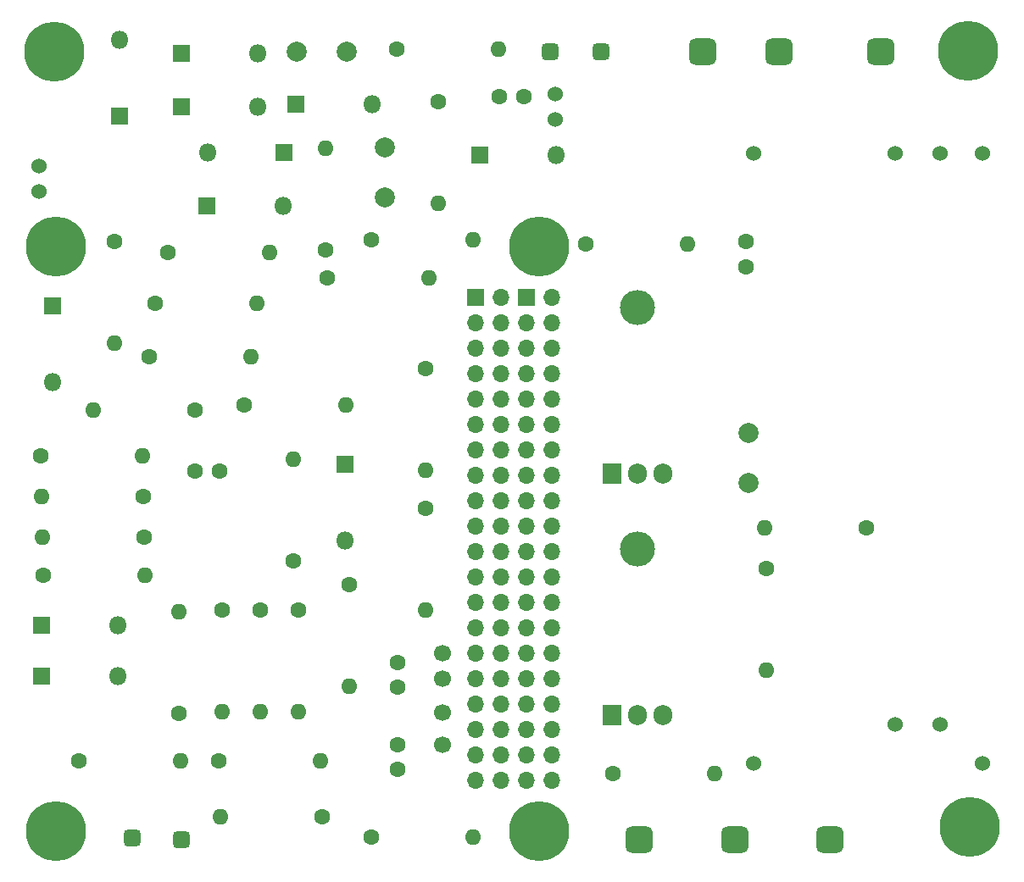
<source format=gbr>
%TF.GenerationSoftware,KiCad,Pcbnew,6.0.8*%
%TF.CreationDate,2024-03-27T11:01:58-07:00*%
%TF.ProjectId,GracefulPSU,47726163-6566-4756-9c50-53552e6b6963,rev?*%
%TF.SameCoordinates,Original*%
%TF.FileFunction,Soldermask,Bot*%
%TF.FilePolarity,Negative*%
%FSLAX46Y46*%
G04 Gerber Fmt 4.6, Leading zero omitted, Abs format (unit mm)*
G04 Created by KiCad (PCBNEW 6.0.8) date 2024-03-27 11:01:58*
%MOMM*%
%LPD*%
G01*
G04 APERTURE LIST*
G04 Aperture macros list*
%AMRoundRect*
0 Rectangle with rounded corners*
0 $1 Rounding radius*
0 $2 $3 $4 $5 $6 $7 $8 $9 X,Y pos of 4 corners*
0 Add a 4 corners polygon primitive as box body*
4,1,4,$2,$3,$4,$5,$6,$7,$8,$9,$2,$3,0*
0 Add four circle primitives for the rounded corners*
1,1,$1+$1,$2,$3*
1,1,$1+$1,$4,$5*
1,1,$1+$1,$6,$7*
1,1,$1+$1,$8,$9*
0 Add four rect primitives between the rounded corners*
20,1,$1+$1,$2,$3,$4,$5,0*
20,1,$1+$1,$4,$5,$6,$7,0*
20,1,$1+$1,$6,$7,$8,$9,0*
20,1,$1+$1,$8,$9,$2,$3,0*%
G04 Aperture macros list end*
%ADD10C,1.600000*%
%ADD11C,1.700000*%
%ADD12O,1.600000X1.600000*%
%ADD13O,3.500000X3.500000*%
%ADD14R,1.905000X2.000000*%
%ADD15O,1.905000X2.000000*%
%ADD16RoundRect,0.425000X-0.425000X-0.425000X0.425000X-0.425000X0.425000X0.425000X-0.425000X0.425000X0*%
%ADD17C,6.000000*%
%ADD18C,2.000000*%
%ADD19RoundRect,0.675000X-0.675000X-0.675000X0.675000X-0.675000X0.675000X0.675000X-0.675000X0.675000X0*%
%ADD20R,1.800000X1.800000*%
%ADD21O,1.800000X1.800000*%
%ADD22C,1.524000*%
%ADD23R,1.700000X1.700000*%
%ADD24O,1.700000X1.700000*%
G04 APERTURE END LIST*
D10*
%TO.C,C9*%
X112762000Y-87703000D03*
X115262000Y-87703000D03*
%TD*%
D11*
%TO.C,JP1*%
X107082000Y-143329000D03*
%TD*%
D10*
%TO.C,R29*%
X95572000Y-105868000D03*
D12*
X105732000Y-105868000D03*
%TD*%
D10*
%TO.C,R25*%
X100017000Y-102058000D03*
D12*
X110177000Y-102058000D03*
%TD*%
D10*
%TO.C,R26*%
X106697000Y-88258000D03*
D12*
X106697000Y-98418000D03*
%TD*%
D10*
%TO.C,R12*%
X121398000Y-102489000D03*
D12*
X131558000Y-102489000D03*
%TD*%
D10*
%TO.C,R23*%
X87317000Y-118568000D03*
D12*
X97477000Y-118568000D03*
%TD*%
D13*
%TO.C,Q1*%
X126605000Y-132905000D03*
D14*
X124065000Y-149565000D03*
D15*
X126605000Y-149565000D03*
X129145000Y-149565000D03*
%TD*%
D10*
%TO.C,R28*%
X95097000Y-159708000D03*
D12*
X84937000Y-159708000D03*
%TD*%
D10*
%TO.C,R17*%
X77237000Y-127708000D03*
D12*
X67077000Y-127708000D03*
%TD*%
D10*
%TO.C,R8*%
X88917000Y-139058000D03*
D12*
X88917000Y-149218000D03*
%TD*%
D11*
%TO.C,JP4*%
X107082000Y-149298000D03*
%TD*%
D10*
%TO.C,R27*%
X102557000Y-83008000D03*
D12*
X112717000Y-83008000D03*
%TD*%
D10*
%TO.C,R15*%
X124147000Y-155398000D03*
D12*
X134307000Y-155398000D03*
%TD*%
D10*
%TO.C,R14*%
X97807000Y-136518000D03*
D12*
X97807000Y-146678000D03*
%TD*%
D16*
%TO.C,J7*%
X117877000Y-83258000D03*
%TD*%
D17*
%TO.C,H5*%
X68474000Y-161109000D03*
%TD*%
D18*
%TO.C,C7*%
X97517000Y-83258000D03*
X92517000Y-83258000D03*
%TD*%
D17*
%TO.C,H2*%
X159625000Y-83185000D03*
%TD*%
D10*
%TO.C,R22*%
X100017000Y-161748000D03*
D12*
X110177000Y-161748000D03*
%TD*%
D10*
%TO.C,R10*%
X77792000Y-113738000D03*
D12*
X87952000Y-113738000D03*
%TD*%
D19*
%TO.C,J11*%
X136292000Y-161998000D03*
%TD*%
D20*
%TO.C,D12*%
X92447000Y-88488000D03*
D21*
X100067000Y-88488000D03*
%TD*%
D10*
%TO.C,C3*%
X102637000Y-152473000D03*
X102637000Y-154973000D03*
%TD*%
D20*
%TO.C,D13*%
X110862000Y-93568000D03*
D21*
X118482000Y-93568000D03*
%TD*%
D16*
%TO.C,J8*%
X122957000Y-83258000D03*
%TD*%
D10*
%TO.C,R20*%
X66997000Y-123648000D03*
D12*
X77157000Y-123648000D03*
%TD*%
D22*
%TO.C,B1*%
X156790000Y-150420000D03*
X152290000Y-150420000D03*
X156790000Y-93420000D03*
X152290000Y-93420000D03*
%TD*%
D10*
%TO.C,R5*%
X92727000Y-139058000D03*
D12*
X92727000Y-149218000D03*
%TD*%
D10*
%TO.C,C12*%
X137400000Y-102235000D03*
X137400000Y-104735000D03*
%TD*%
%TO.C,R24*%
X95402000Y-103023000D03*
D12*
X95402000Y-92863000D03*
%TD*%
D10*
%TO.C,R18*%
X80797000Y-149378000D03*
D12*
X80797000Y-139218000D03*
%TD*%
D17*
%TO.C,H1*%
X68347000Y-83258000D03*
%TD*%
D10*
%TO.C,R3*%
X105427000Y-128898000D03*
D12*
X105427000Y-139058000D03*
%TD*%
D10*
%TO.C,R4*%
X70807000Y-154128000D03*
D12*
X80967000Y-154128000D03*
%TD*%
D10*
%TO.C,R7*%
X85107000Y-139058000D03*
D12*
X85107000Y-149218000D03*
%TD*%
D19*
%TO.C,J2*%
X140737000Y-83258000D03*
%TD*%
D10*
%TO.C,R19*%
X77317000Y-131768000D03*
D12*
X67157000Y-131768000D03*
%TD*%
D16*
%TO.C,J6*%
X76127000Y-161831000D03*
%TD*%
D19*
%TO.C,J12*%
X145817000Y-161998000D03*
%TD*%
D10*
%TO.C,R31*%
X139428000Y-134921000D03*
D12*
X139428000Y-145081000D03*
%TD*%
D10*
%TO.C,C4*%
X84857000Y-125168000D03*
X82357000Y-125168000D03*
%TD*%
D16*
%TO.C,J9*%
X81047000Y-161998000D03*
%TD*%
D19*
%TO.C,J3*%
X150897000Y-83258000D03*
%TD*%
D10*
%TO.C,R11*%
X92227000Y-134138000D03*
D12*
X92227000Y-123978000D03*
%TD*%
D17*
%TO.C,H6*%
X116734000Y-161109000D03*
%TD*%
D20*
%TO.C,D6*%
X74847000Y-89638000D03*
D21*
X74847000Y-82018000D03*
%TD*%
D10*
%TO.C,R1*%
X105427000Y-114928000D03*
D12*
X105427000Y-125088000D03*
%TD*%
D23*
%TO.C,J5*%
X110384000Y-107769000D03*
D24*
X112924000Y-107769000D03*
X110384000Y-110309000D03*
X112924000Y-110309000D03*
X110384000Y-112849000D03*
X112924000Y-112849000D03*
X110384000Y-115389000D03*
X112924000Y-115389000D03*
X110384000Y-117929000D03*
X112924000Y-117929000D03*
X110384000Y-120469000D03*
X112924000Y-120469000D03*
X110384000Y-123009000D03*
X112924000Y-123009000D03*
X110384000Y-125549000D03*
X112924000Y-125549000D03*
X110384000Y-128089000D03*
X112924000Y-128089000D03*
X110384000Y-130629000D03*
X112924000Y-130629000D03*
X110384000Y-133169000D03*
X112924000Y-133169000D03*
X110384000Y-135709000D03*
X112924000Y-135709000D03*
X110384000Y-138249000D03*
X112924000Y-138249000D03*
X110384000Y-140789000D03*
X112924000Y-140789000D03*
X110384000Y-143329000D03*
X112924000Y-143329000D03*
X110384000Y-145869000D03*
X112924000Y-145869000D03*
X110384000Y-148409000D03*
X112924000Y-148409000D03*
X110384000Y-150949000D03*
X112924000Y-150949000D03*
X110384000Y-153489000D03*
X112924000Y-153489000D03*
X110384000Y-156029000D03*
X112924000Y-156029000D03*
%TD*%
D19*
%TO.C,J1*%
X133117000Y-83258000D03*
%TD*%
D11*
%TO.C,JP3*%
X107082000Y-152473000D03*
%TD*%
%TO.C,JP2*%
X107082000Y-145869000D03*
%TD*%
D10*
%TO.C,C1*%
X102637000Y-146758000D03*
X102637000Y-144258000D03*
%TD*%
%TO.C,R6*%
X74312000Y-102228000D03*
D12*
X74312000Y-112388000D03*
%TD*%
D10*
%TO.C,R16*%
X78427000Y-108408000D03*
D12*
X88587000Y-108408000D03*
%TD*%
D17*
%TO.C,H4*%
X116734000Y-102689000D03*
%TD*%
D20*
%TO.C,D10*%
X68197000Y-108628000D03*
D21*
X68197000Y-116248000D03*
%TD*%
D17*
%TO.C,H8*%
X159787000Y-160728000D03*
%TD*%
D20*
%TO.C,D1*%
X91237000Y-93268000D03*
D21*
X83617000Y-93268000D03*
%TD*%
D20*
%TO.C,D2*%
X83557000Y-98648000D03*
D21*
X91177000Y-98648000D03*
%TD*%
D17*
%TO.C,H3*%
X68474000Y-102689000D03*
%TD*%
D20*
%TO.C,D3*%
X81017000Y-88742000D03*
D21*
X88637000Y-88742000D03*
%TD*%
D20*
%TO.C,D11*%
X97407000Y-124503000D03*
D21*
X97407000Y-132123000D03*
%TD*%
D18*
%TO.C,C11*%
X137654000Y-121325000D03*
X137654000Y-126325000D03*
%TD*%
%TO.C,C6*%
X101367000Y-97823000D03*
X101367000Y-92823000D03*
%TD*%
D19*
%TO.C,J10*%
X126767000Y-161998000D03*
%TD*%
D13*
%TO.C,Q3*%
X126605000Y-108775000D03*
D14*
X124065000Y-125435000D03*
D15*
X126605000Y-125435000D03*
X129145000Y-125435000D03*
%TD*%
D10*
%TO.C,R2*%
X79697000Y-103328000D03*
D12*
X89857000Y-103328000D03*
%TD*%
D22*
%TO.C,C2*%
X66793000Y-94688000D03*
X66793000Y-97228000D03*
%TD*%
D20*
%TO.C,D5*%
X67047000Y-140558000D03*
D21*
X74667000Y-140558000D03*
%TD*%
D23*
%TO.C,J4*%
X115464000Y-107774000D03*
D24*
X118004000Y-107774000D03*
X115464000Y-110314000D03*
X118004000Y-110314000D03*
X115464000Y-112854000D03*
X118004000Y-112854000D03*
X115464000Y-115394000D03*
X118004000Y-115394000D03*
X115464000Y-117934000D03*
X118004000Y-117934000D03*
X115464000Y-120474000D03*
X118004000Y-120474000D03*
X115464000Y-123014000D03*
X118004000Y-123014000D03*
X115464000Y-125554000D03*
X118004000Y-125554000D03*
X115464000Y-128094000D03*
X118004000Y-128094000D03*
X115464000Y-130634000D03*
X118004000Y-130634000D03*
X115464000Y-133174000D03*
X118004000Y-133174000D03*
X115464000Y-135714000D03*
X118004000Y-135714000D03*
X115464000Y-138254000D03*
X118004000Y-138254000D03*
X115464000Y-140794000D03*
X118004000Y-140794000D03*
X115464000Y-143334000D03*
X118004000Y-143334000D03*
X115464000Y-145874000D03*
X118004000Y-145874000D03*
X115464000Y-148414000D03*
X118004000Y-148414000D03*
X115464000Y-150954000D03*
X118004000Y-150954000D03*
X115464000Y-153494000D03*
X118004000Y-153494000D03*
X115464000Y-156034000D03*
X118004000Y-156034000D03*
%TD*%
D10*
%TO.C,R9*%
X84777000Y-154128000D03*
D12*
X94937000Y-154128000D03*
%TD*%
D10*
%TO.C,R13*%
X82397000Y-119068000D03*
D12*
X72237000Y-119068000D03*
%TD*%
D10*
%TO.C,R21*%
X67204000Y-135582000D03*
D12*
X77364000Y-135582000D03*
%TD*%
D20*
%TO.C,D4*%
X81017000Y-83408000D03*
D21*
X88637000Y-83408000D03*
%TD*%
D10*
%TO.C,R30*%
X149465000Y-130810000D03*
D12*
X139305000Y-130810000D03*
%TD*%
D22*
%TO.C,C8*%
X118350000Y-90043000D03*
X118350000Y-87503000D03*
%TD*%
D20*
%TO.C,D9*%
X67047000Y-145638000D03*
D21*
X74667000Y-145638000D03*
%TD*%
D22*
%TO.C,C5*%
X138197000Y-93418000D03*
X138197000Y-154378000D03*
X161057000Y-154378000D03*
X161057000Y-93418000D03*
%TD*%
M02*

</source>
